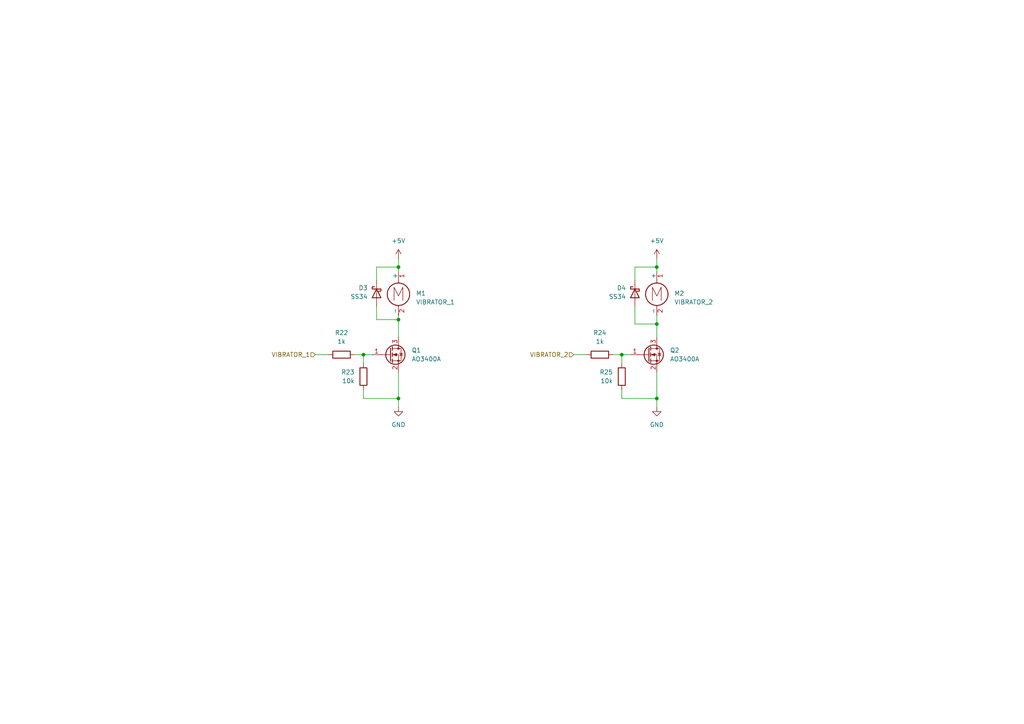
<source format=kicad_sch>
(kicad_sch (version 20231120) (generator "eeschema") (generator_version "8.0")
  (paper "A4")
  (lib_symbols
    (symbol "Device:R" (pin_numbers hide) (pin_names (offset 0))
      (property "Reference" "R" (at 2.032 0 90))
      (property "Value" "R" (at 0 0 90))
      (symbol "R_0_1"
        (rectangle (start -1.016 -2.54) (end 1.016 2.54) (stroke (width 0.254)))
      )
      (symbol "R_1_1"
        (pin passive line (at 0 3.81 270) (length 1.27) (name "~") (number "1"))
        (pin passive line (at 0 -3.81 90) (length 1.27) (name "~") (number "2"))
      )
    )
    (symbol "Diode:SS34" (pin_numbers hide) (pin_names (offset 1.016) hide)
      (property "Reference" "D" (at 0 2.54 0))
      (property "Value" "SS34" (at 0 -2.54 0))
      (symbol "SS34_0_1"
        (polyline (pts (xy 1.27 0) (xy -1.27 0)))
        (polyline (pts (xy 1.27 1.27) (xy 1.27 -1.27) (xy -1.27 0) (xy 1.27 1.27)) (stroke (width 0.254)))
        (polyline (pts (xy -1.905 0.635) (xy -1.905 1.27) (xy -1.27 1.27) (xy -1.27 -1.27) (xy -0.635 -1.27) (xy -0.635 -0.635)) (stroke (width 0.254)))
      )
      (symbol "SS34_1_1"
        (pin passive line (at -3.81 0 0) (length 2.54) (name "K") (number "1"))
        (pin passive line (at 3.81 0 180) (length 2.54) (name "A") (number "2"))
      )
    )
    (symbol "Motor:Motor_DC" (pin_names (offset 0))
      (property "Reference" "M" (at 2.54 2.54 0))
      (property "Value" "Motor_DC" (at 2.54 -5.08 0))
      (symbol "Motor_DC_0_0"
        (polyline (pts (xy -1.27 -3.302) (xy -1.27 0.508) (xy 0 -2.032) (xy 1.27 0.508) (xy 1.27 -3.302)))
      )
      (symbol "Motor_DC_0_1"
        (circle (center 0 -1.524) (radius 3.2512) (stroke (width 0.254)))
        (polyline (pts (xy 0 -7.62) (xy 0 -7.112)))
        (polyline (pts (xy 0 -4.7752) (xy 0 -5.1816)))
        (polyline (pts (xy 0 1.7272) (xy 0 2.0828)))
        (polyline (pts (xy 0 2.032) (xy 0 2.54)))
      )
      (symbol "Motor_DC_1_1"
        (pin passive line (at 0 5.08 270) (length 2.54) (name "+") (number "1"))
        (pin passive line (at 0 -7.62 90) (length 2.54) (name "-") (number "2"))
      )
    )
    (symbol "Transistor_FET:AO3400A" (pin_names hide)
      (property "Reference" "Q" (at 5.08 1.905 0))
      (property "Value" "AO3400A" (at 5.08 0 0))
      (symbol "AO3400A_0_1"
        (polyline (pts (xy 0.254 0) (xy -2.54 0)))
        (polyline (pts (xy 0.254 1.905) (xy 0.254 -1.905)) (stroke (width 0.254)))
        (polyline (pts (xy 0.762 -1.27) (xy 0.762 -2.286)) (stroke (width 0.254)))
        (polyline (pts (xy 0.762 0.508) (xy 0.762 -0.508)) (stroke (width 0.254)))
        (polyline (pts (xy 0.762 2.286) (xy 0.762 1.27)) (stroke (width 0.254)))
        (polyline (pts (xy 2.54 2.54) (xy 2.54 1.778)))
        (polyline (pts (xy 2.54 -2.54) (xy 2.54 0) (xy 0.762 0)))
        (polyline (pts (xy 0.762 -1.778) (xy 3.302 -1.778) (xy 3.302 1.778) (xy 0.762 1.778)))
        (polyline (pts (xy 1.016 0) (xy 2.032 0.381) (xy 2.032 -0.381) (xy 1.016 0)) (fill (type outline)))
        (polyline (pts (xy 2.794 0.508) (xy 2.921 0.381) (xy 3.683 0.381) (xy 3.81 0.254)))
        (polyline (pts (xy 3.302 0.381) (xy 2.921 -0.254) (xy 3.683 -0.254) (xy 3.302 0.381)))
        (circle (center 1.651 0) (radius 2.794) (stroke (width 0.254)))
        (circle (center 2.54 -1.778) (radius 0.254) (fill (type outline)))
        (circle (center 2.54 1.778) (radius 0.254) (fill (type outline)))
      )
      (symbol "AO3400A_1_1"
        (pin input line (at -5.08 0 0) (length 2.54) (name "G") (number "1"))
        (pin passive line (at 2.54 -5.08 90) (length 2.54) (name "S") (number "2"))
        (pin passive line (at 2.54 5.08 270) (length 2.54) (name "D") (number "3"))
      )
    )
    (symbol "power:+5V" (power) (pin_numbers hide) (pin_names (offset 0) hide)
      (property "Value" "+5V" (at 0 3.556 0))
      (symbol "+5V_0_1"
        (polyline (pts (xy -0.762 1.27) (xy 0 2.54)))
        (polyline (pts (xy 0 0) (xy 0 2.54)))
        (polyline (pts (xy 0 2.54) (xy 0.762 1.27)))
      )
      (symbol "+5V_1_1"
        (pin power_in line (at 0 0 90) (length 0) (name "~") (number "1"))
      )
    )
    (symbol "power:GND" (power) (pin_numbers hide) (pin_names (offset 0) hide)
      (property "Value" "GND" (at 0 -3.81 0))
      (symbol "GND_0_1"
        (polyline (pts (xy 0 0) (xy 0 -1.27) (xy 1.27 -1.27) (xy 0 -2.54) (xy -1.27 -1.27) (xy 0 -1.27)))
      )
      (symbol "GND_1_1"
        (pin power_in line (at 0 0 270) (length 0) (name "~") (number "1"))
      )
    )
  )
  (junction (at 115.57 92.71))
  (junction (at 115.57 77.47))
  (junction (at 190.5 93.98))
  (junction (at 190.5 115.57))
  (junction (at 180.34 102.87))
  (junction (at 190.5 77.47))
  (junction (at 115.57 115.57))
  (junction (at 105.41 102.87))
  (wire (pts (xy 190.5 115.57) (xy 190.5 107.95)))
  (wire (pts (xy 184.15 77.47) (xy 190.5 77.47)))
  (wire (pts (xy 107.95 102.87) (xy 105.41 102.87)))
  (wire (pts (xy 190.5 93.98) (xy 190.5 91.44)))
  (wire (pts (xy 180.34 102.87) (xy 180.34 105.41)))
  (wire (pts (xy 180.34 113.03) (xy 180.34 115.57)))
  (wire (pts (xy 182.88 102.87) (xy 180.34 102.87)))
  (wire (pts (xy 91.44 102.87) (xy 95.25 102.87)))
  (wire (pts (xy 105.41 115.57) (xy 115.57 115.57)))
  (wire (pts (xy 184.15 81.28) (xy 184.15 77.47)))
  (wire (pts (xy 184.15 88.9) (xy 184.15 93.98)))
  (wire (pts (xy 166.37 102.87) (xy 170.18 102.87)))
  (wire (pts (xy 115.57 115.57) (xy 115.57 107.95)))
  (wire (pts (xy 105.41 113.03) (xy 105.41 115.57)))
  (wire (pts (xy 102.87 102.87) (xy 105.41 102.87)))
  (wire (pts (xy 109.22 92.71) (xy 115.57 92.71)))
  (wire (pts (xy 180.34 115.57) (xy 190.5 115.57)))
  (wire (pts (xy 109.22 77.47) (xy 109.22 81.28)))
  (wire (pts (xy 115.57 77.47) (xy 109.22 77.47)))
  (wire (pts (xy 115.57 92.71) (xy 115.57 97.79)))
  (wire (pts (xy 109.22 88.9) (xy 109.22 92.71)))
  (wire (pts (xy 115.57 77.47) (xy 115.57 78.74)))
  (wire (pts (xy 105.41 102.87) (xy 105.41 105.41)))
  (wire (pts (xy 177.8 102.87) (xy 180.34 102.87)))
  (wire (pts (xy 190.5 77.47) (xy 190.5 78.74)))
  (wire (pts (xy 190.5 93.98) (xy 190.5 97.79)))
  (wire (pts (xy 190.5 74.93) (xy 190.5 77.47)))
  (wire (pts (xy 115.57 92.71) (xy 115.57 91.44)))
  (wire (pts (xy 115.57 115.57) (xy 115.57 118.11)))
  (wire (pts (xy 115.57 74.93) (xy 115.57 77.47)))
  (wire (pts (xy 184.15 93.98) (xy 190.5 93.98)))
  (wire (pts (xy 190.5 115.57) (xy 190.5 118.11)))
  (hierarchical_label "VIBRATOR_1" (shape input) (at 91.44 102.87 180))
  (hierarchical_label "VIBRATOR_2" (shape input) (at 166.37 102.87 180))
  (symbol (lib_id "Device:R") (at 99.06 102.87 90) (unit 1)
    (property "Reference" "R22" (at 99.06 96.52 90))
    (property "Value" "1k" (at 99.06 99.06 90))
    (property "Footprint" "Resistor_SMD:R_0603_1608Metric" (effects (hide yes)))
    (property "Description" "Resistor" (effects (hide yes)))
  )
  (symbol (lib_id "Transistor_FET:AO3400A") (at 113.03 102.87 0) (unit 1)
    (property "Reference" "Q1" (at 119.38 101.5999 0) (effects (justify left)))
    (property "Value" "AO3400A" (at 119.38 104.1399 0) (effects (justify left)))
    (property "Footprint" "Package_TO_SOT_SMD:SOT-23" (effects (hide yes)))
    (property "Datasheet" "http://www.aosmd.com/pdfs/datasheet/AO3400A.pdf" (effects (hide yes)))
    (property "Description" "30V Vds, 5.7A Id, N-Channel MOSFET, SOT-23" (effects (hide yes)))
  )
  (symbol (lib_id "Motor:Motor_DC") (at 115.57 83.82 0) (unit 1)
    (property "Reference" "M1" (at 120.65 85.0899 0) (effects (justify left)))
    (property "Value" "VIBRATOR_1" (at 120.65 87.6299 0) (effects (justify left)))
    (property "Footprint" "Connector_JST:JST_PH_S2B-PH-K_1x02_P2.00mm_Horizontal" (effects (hide yes)))
    (property "Description" "DC Motor" (effects (hide yes)))
  )
  (symbol (lib_id "Diode:SS34") (at 109.22 85.09 90) (mirror x) (unit 1)
    (property "Reference" "D3" (at 106.68 83.5024 90) (effects (justify left)))
    (property "Value" "SS34" (at 106.68 86.0424 90) (effects (justify left)))
    (property "Footprint" "Diode_SMD:D_SMA" (effects (hide yes)))
    (property "Datasheet" "https://www.vishay.com/docs/88751/ss32.pdf" (effects (hide yes)))
    (property "Description" "40V 3A Schottky Diode, SMA" (effects (hide yes)))
  )
  (symbol (lib_id "Transistor_FET:AO3400A") (at 187.96 102.87 0) (unit 1)
    (property "Reference" "Q2" (at 194.31 101.5999 0) (effects (justify left)))
    (property "Value" "AO3400A" (at 194.31 104.1399 0) (effects (justify left)))
    (property "Footprint" "Package_TO_SOT_SMD:SOT-23" (effects (hide yes)))
    (property "Datasheet" "http://www.aosmd.com/pdfs/datasheet/AO3400A.pdf" (effects (hide yes)))
    (property "Description" "30V Vds, 5.7A Id, N-Channel MOSFET, SOT-23" (effects (hide yes)))
  )
  (symbol (lib_id "Device:R") (at 173.99 102.87 90) (unit 1)
    (property "Reference" "R24" (at 173.99 96.52 90))
    (property "Value" "1k" (at 173.99 99.06 90))
    (property "Footprint" "Resistor_SMD:R_0603_1608Metric" (effects (hide yes)))
    (property "Description" "Resistor" (effects (hide yes)))
  )
  (symbol (lib_id "Device:R") (at 180.34 109.22 0) (mirror y) (unit 1)
    (property "Reference" "R25" (at 177.8 107.9499 0) (effects (justify left)))
    (property "Value" "10k" (at 177.8 110.4899 0) (effects (justify left)))
    (property "Footprint" "Resistor_SMD:R_0603_1608Metric" (effects (hide yes)))
    (property "Description" "Resistor" (effects (hide yes)))
  )
  (symbol (lib_id "power:+5V") (at 115.57 74.93 0) (unit 1)
    (property "Reference" "#PWR039" (effects (hide yes)))
    (property "Value" "+5V" (at 115.57 69.85 0))
    (property "Description" "Power symbol creates a global label with name \"+5V\"" (effects (hide yes)))
  )
  (symbol (lib_id "Motor:Motor_DC") (at 190.5 83.82 0) (unit 1)
    (property "Reference" "M2" (at 195.58 85.0899 0) (effects (justify left)))
    (property "Value" "VIBRATOR_2" (at 195.58 87.6299 0) (effects (justify left)))
    (property "Footprint" "Connector_JST:JST_PH_S2B-PH-K_1x02_P2.00mm_Horizontal" (effects (hide yes)))
    (property "Description" "DC Motor" (effects (hide yes)))
  )
  (symbol (lib_id "Diode:SS34") (at 184.15 85.09 90) (mirror x) (unit 1)
    (property "Reference" "D4" (at 181.61 83.5024 90) (effects (justify left)))
    (property "Value" "SS34" (at 181.61 86.0424 90) (effects (justify left)))
    (property "Footprint" "Diode_SMD:D_SMA" (effects (hide yes)))
    (property "Datasheet" "https://www.vishay.com/docs/88751/ss32.pdf" (effects (hide yes)))
    (property "Description" "40V 3A Schottky Diode, SMA" (effects (hide yes)))
  )
  (symbol (lib_id "power:GND") (at 115.57 118.11 0) (unit 1)
    (property "Reference" "#PWR040" (effects (hide yes)))
    (property "Value" "GND" (at 115.57 123.19 0))
    (property "Description" "Power symbol creates a global label with name \"GND\" , ground" (effects (hide yes)))
  )
  (symbol (lib_id "power:+5V") (at 190.5 74.93 0) (unit 1)
    (property "Reference" "#PWR041" (effects (hide yes)))
    (property "Value" "+5V" (at 190.5 69.85 0))
    (property "Description" "Power symbol creates a global label with name \"+5V\"" (effects (hide yes)))
  )
  (symbol (lib_id "power:GND") (at 190.5 118.11 0) (unit 1)
    (property "Reference" "#PWR042" (effects (hide yes)))
    (property "Value" "GND" (at 190.5 123.19 0))
    (property "Description" "Power symbol creates a global label with name \"GND\" , ground" (effects (hide yes)))
  )
  (symbol (lib_id "Device:R") (at 105.41 109.22 0) (mirror y) (unit 1)
    (property "Reference" "R23" (at 102.87 107.9499 0) (effects (justify left)))
    (property "Value" "10k" (at 102.87 110.4899 0) (effects (justify left)))
    (property "Footprint" "Resistor_SMD:R_0603_1608Metric" (effects (hide yes)))
    (property "Description" "Resistor" (effects (hide yes)))
  )
)
</source>
